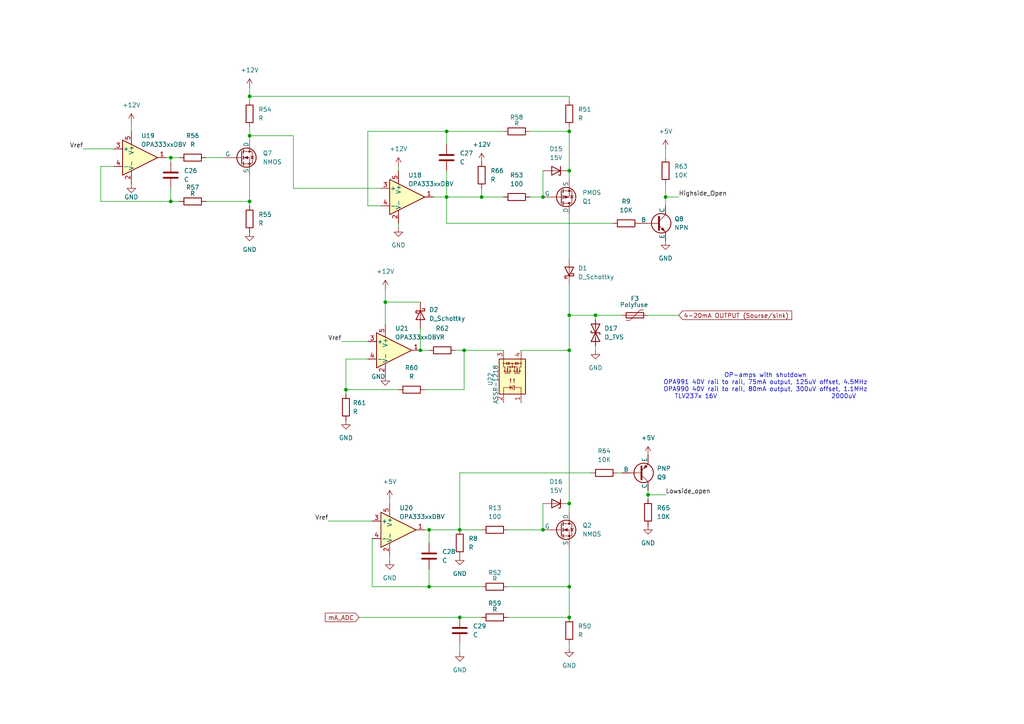
<source format=kicad_sch>
(kicad_sch (version 20231120) (generator "eeschema") (generator_version "8.0")
  (paper "A4")
  (lib_symbols
    (symbol "Amplifier_Operational:OPA333xxDBV" (pin_names (offset 0.127))
      (property "Reference" "U" (at -1.27 6.35 0))
      (property "Value" "OPA333xxDBV" (at -1.27 3.81 0))
      (symbol "OPA333xxDBV_0_1"
        (polyline (pts (xy -5.08 5.08) (xy 5.08 0) (xy -5.08 -5.08) (xy -5.08 5.08)) (stroke (width 0.254)) (fill (type background)))
        (pin power_in line (at -2.54 -7.62 90) (length 3.81) (name "V-") (number "2"))
        (pin power_in line (at -2.54 7.62 270) (length 3.81) (name "V+") (number "5"))
      )
      (symbol "OPA333xxDBV_1_1"
        (pin output line (at 7.62 0 180) (length 2.54) (name "~") (number "1"))
        (pin input line (at -7.62 2.54 0) (length 2.54) (name "+") (number "3"))
        (pin input line (at -7.62 -2.54 0) (length 2.54) (name "-") (number "4"))
      )
    )
    (symbol "Device:C" (pin_numbers hide) (pin_names (offset 0.254))
      (property "Reference" "C" (at 0.635 2.54 0))
      (property "Value" "C" (at 0.635 -2.54 0))
      (symbol "C_0_1"
        (polyline (pts (xy -2.032 -0.762) (xy 2.032 -0.762)) (stroke (width 0.508)))
        (polyline (pts (xy -2.032 0.762) (xy 2.032 0.762)) (stroke (width 0.508)))
      )
      (symbol "C_1_1"
        (pin passive line (at 0 3.81 270) (length 2.794) (name "~") (number "1"))
        (pin passive line (at 0 -3.81 90) (length 2.794) (name "~") (number "2"))
      )
    )
    (symbol "Device:D_Schottky" (pin_numbers hide) (pin_names (offset 1.016) hide)
      (property "Reference" "D" (at 0 2.54 0))
      (property "Value" "D_Schottky" (at 0 -2.54 0))
      (symbol "D_Schottky_0_1"
        (polyline (pts (xy 1.27 0) (xy -1.27 0)))
        (polyline (pts (xy 1.27 1.27) (xy 1.27 -1.27) (xy -1.27 0) (xy 1.27 1.27)) (stroke (width 0.254)))
        (polyline (pts (xy -1.905 0.635) (xy -1.905 1.27) (xy -1.27 1.27) (xy -1.27 -1.27) (xy -0.635 -1.27) (xy -0.635 -0.635)) (stroke (width 0.254)))
      )
      (symbol "D_Schottky_1_1"
        (pin passive line (at -3.81 0 0) (length 2.54) (name "K") (number "1"))
        (pin passive line (at 3.81 0 180) (length 2.54) (name "A") (number "2"))
      )
    )
    (symbol "Device:D_TVS" (pin_numbers hide) (pin_names (offset 1.016) hide)
      (property "Reference" "D" (at 0 2.54 0))
      (property "Value" "D_TVS" (at 0 -2.54 0))
      (symbol "D_TVS_0_1"
        (polyline (pts (xy 1.27 0) (xy -1.27 0)))
        (polyline (pts (xy 0.508 1.27) (xy 0 1.27) (xy 0 -1.27) (xy -0.508 -1.27)) (stroke (width 0.254)))
        (polyline (pts (xy -2.54 1.27) (xy -2.54 -1.27) (xy 2.54 1.27) (xy 2.54 -1.27) (xy -2.54 1.27)) (stroke (width 0.254)))
      )
      (symbol "D_TVS_1_1"
        (pin passive line (at -3.81 0 0) (length 2.54) (name "A1") (number "1"))
        (pin passive line (at 3.81 0 180) (length 2.54) (name "A2") (number "2"))
      )
    )
    (symbol "Device:D_Zener" (pin_numbers hide) (pin_names (offset 1.016) hide)
      (property "Reference" "D" (at 0 2.54 0))
      (property "Value" "D_Zener" (at 0 -2.54 0))
      (symbol "D_Zener_0_1"
        (polyline (pts (xy 1.27 0) (xy -1.27 0)))
        (polyline (pts (xy -1.27 -1.27) (xy -1.27 1.27) (xy -0.762 1.27)) (stroke (width 0.254)))
        (polyline (pts (xy 1.27 -1.27) (xy 1.27 1.27) (xy -1.27 0) (xy 1.27 -1.27)) (stroke (width 0.254)))
      )
      (symbol "D_Zener_1_1"
        (pin passive line (at -3.81 0 0) (length 2.54) (name "K") (number "1"))
        (pin passive line (at 3.81 0 180) (length 2.54) (name "A") (number "2"))
      )
    )
    (symbol "Device:Polyfuse" (pin_numbers hide) (pin_names (offset 0))
      (property "Reference" "F" (at -2.54 0 90))
      (property "Value" "Polyfuse" (at 2.54 0 90))
      (symbol "Polyfuse_0_1"
        (rectangle (start -0.762 2.54) (end 0.762 -2.54) (stroke (width 0.254)))
        (polyline (pts (xy 0 2.54) (xy 0 -2.54)))
        (polyline (pts (xy -1.524 2.54) (xy -1.524 1.524) (xy 1.524 -1.524) (xy 1.524 -2.54)))
      )
      (symbol "Polyfuse_1_1"
        (pin passive line (at 0 3.81 270) (length 1.27) (name "~") (number "1"))
        (pin passive line (at 0 -3.81 90) (length 1.27) (name "~") (number "2"))
      )
    )
    (symbol "Device:R" (pin_numbers hide) (pin_names (offset 0))
      (property "Reference" "R" (at 2.032 0 90))
      (property "Value" "R" (at 0 0 90))
      (symbol "R_0_1"
        (rectangle (start -1.016 -2.54) (end 1.016 2.54) (stroke (width 0.254)))
      )
      (symbol "R_1_1"
        (pin passive line (at 0 3.81 270) (length 1.27) (name "~") (number "1"))
        (pin passive line (at 0 -3.81 90) (length 1.27) (name "~") (number "2"))
      )
    )
    (symbol "Relay_SolidState:ASSR-1218"
      (property "Reference" "U" (at -5.08 5.08 0))
      (property "Value" "ASSR-1218" (at 0 5.08 0))
      (symbol "ASSR-1218_0_1"
        (rectangle (start -5.08 3.81) (end 5.08 -3.81) (stroke (width 0.254)) (fill (type background)))
        (polyline (pts (xy -3.81 -0.635) (xy -2.54 -0.635)))
        (polyline (pts (xy 1.016 -0.635) (xy 1.016 -2.159)) (stroke (width 0.2032)))
        (polyline (pts (xy 1.016 2.159) (xy 1.016 0.635)) (stroke (width 0.2032)))
        (polyline (pts (xy 1.524 -0.508) (xy 1.524 -0.762)) (stroke (width 0.3556)))
        (polyline (pts (xy 2.794 0) (xy 3.81 0)))
        (polyline (pts (xy 3.429 -1.651) (xy 4.191 -1.651)))
        (polyline (pts (xy 3.429 1.651) (xy 4.191 1.651)))
        (polyline (pts (xy 3.81 -2.54) (xy 3.81 2.54)))
        (polyline (pts (xy 1.524 -2.032) (xy 1.524 -2.286) (xy 1.524 -2.286)) (stroke (width 0.3556)))
        (polyline (pts (xy 1.524 -1.27) (xy 1.524 -1.524) (xy 1.524 -1.524)) (stroke (width 0.3556)))
        (polyline (pts (xy 1.524 0.762) (xy 1.524 0.508) (xy 1.524 0.508)) (stroke (width 0.3556)))
        (polyline (pts (xy 1.524 1.524) (xy 1.524 1.27) (xy 1.524 1.27)) (stroke (width 0.3556)))
        (polyline (pts (xy 1.524 2.286) (xy 1.524 2.032) (xy 1.524 2.032)) (stroke (width 0.3556)))
        (polyline (pts (xy 1.651 -1.397) (xy 2.794 -1.397) (xy 2.794 -0.635)))
        (polyline (pts (xy 1.651 1.397) (xy 2.794 1.397) (xy 2.794 0.635)))
        (polyline (pts (xy -5.08 2.54) (xy -3.175 2.54) (xy -3.175 -2.54) (xy -5.08 -2.54)))
        (polyline (pts (xy -3.175 -0.635) (xy -3.81 0.635) (xy -2.54 0.635) (xy -3.175 -0.635)))
        (polyline (pts (xy 1.651 -2.159) (xy 2.794 -2.159) (xy 2.794 -2.54) (xy 5.08 -2.54)))
        (polyline (pts (xy 1.651 -0.635) (xy 2.794 -0.635) (xy 2.794 0.635) (xy 1.651 0.635)))
        (polyline (pts (xy 1.651 2.159) (xy 2.794 2.159) (xy 2.794 2.54) (xy 5.08 2.54)))
        (polyline (pts (xy 1.778 -1.397) (xy 2.286 -1.27) (xy 2.286 -1.524) (xy 1.778 -1.397)))
        (polyline (pts (xy 1.778 1.397) (xy 2.286 1.524) (xy 2.286 1.27) (xy 1.778 1.397)))
        (polyline (pts (xy 3.81 -1.651) (xy 3.429 -0.889) (xy 4.191 -0.889) (xy 3.81 -1.651)))
        (polyline (pts (xy 3.81 1.651) (xy 3.429 0.889) (xy 4.191 0.889) (xy 3.81 1.651)))
        (polyline (pts (xy -1.905 -0.508) (xy -0.635 -0.508) (xy -1.016 -0.635) (xy -1.016 -0.381) (xy -0.635 -0.508)))
        (polyline (pts (xy -1.905 0.508) (xy -0.635 0.508) (xy -1.016 0.381) (xy -1.016 0.635) (xy -0.635 0.508)))
        (circle (center 2.794 -0.635) (radius 0.127))
        (circle (center 2.794 0) (radius 0.127))
        (circle (center 2.794 0.635) (radius 0.127))
        (circle (center 3.81 -2.54) (radius 0.127))
        (circle (center 3.81 0) (radius 0.127))
        (circle (center 3.81 2.54) (radius 0.127))
      )
      (symbol "ASSR-1218_1_1"
        (pin passive line (at -7.62 2.54 0) (length 2.54) (name "~") (number "1"))
        (pin passive line (at -7.62 -2.54 0) (length 2.54) (name "~") (number "2"))
        (pin passive line (at 7.62 -2.54 180) (length 2.54) (name "~") (number "3"))
        (pin passive line (at 7.62 2.54 180) (length 2.54) (name "~") (number "4"))
      )
    )
    (symbol "Simulation_SPICE:NMOS" (pin_numbers hide) (pin_names (offset 0))
      (property "Reference" "Q" (at 5.08 1.27 0))
      (property "Value" "NMOS" (at 5.08 -1.27 0))
      (symbol "NMOS_0_1"
        (polyline (pts (xy 0.254 0) (xy -2.54 0)))
        (polyline (pts (xy 0.254 1.905) (xy 0.254 -1.905)) (stroke (width 0.254)))
        (polyline (pts (xy 0.762 -1.27) (xy 0.762 -2.286)) (stroke (width 0.254)))
        (polyline (pts (xy 0.762 0.508) (xy 0.762 -0.508)) (stroke (width 0.254)))
        (polyline (pts (xy 0.762 2.286) (xy 0.762 1.27)) (stroke (width 0.254)))
        (polyline (pts (xy 2.54 2.54) (xy 2.54 1.778)))
        (polyline (pts (xy 2.54 -2.54) (xy 2.54 0) (xy 0.762 0)))
        (polyline (pts (xy 0.762 -1.778) (xy 3.302 -1.778) (xy 3.302 1.778) (xy 0.762 1.778)))
        (polyline (pts (xy 1.016 0) (xy 2.032 0.381) (xy 2.032 -0.381) (xy 1.016 0)) (fill (type outline)))
        (polyline (pts (xy 2.794 0.508) (xy 2.921 0.381) (xy 3.683 0.381) (xy 3.81 0.254)))
        (polyline (pts (xy 3.302 0.381) (xy 2.921 -0.254) (xy 3.683 -0.254) (xy 3.302 0.381)))
        (circle (center 1.651 0) (radius 2.794) (stroke (width 0.254)))
        (circle (center 2.54 -1.778) (radius 0.254) (fill (type outline)))
        (circle (center 2.54 1.778) (radius 0.254) (fill (type outline)))
      )
      (symbol "NMOS_1_1"
        (pin passive line (at 2.54 5.08 270) (length 2.54) (name "D") (number "1"))
        (pin input line (at -5.08 0 0) (length 2.54) (name "G") (number "2"))
        (pin passive line (at 2.54 -5.08 90) (length 2.54) (name "S") (number "3"))
      )
    )
    (symbol "Simulation_SPICE:NPN" (pin_numbers hide) (pin_names (offset 0))
      (property "Reference" "Q" (at -2.54 7.62 0))
      (property "Value" "NPN" (at -2.54 5.08 0))
      (symbol "NPN_0_1"
        (polyline (pts (xy -2.54 0) (xy 0.635 0)) (stroke (width 0.1524)))
        (polyline (pts (xy 0.635 0.635) (xy 2.54 2.54)))
        (polyline (pts (xy 2.794 -1.27) (xy 2.794 -1.27)) (stroke (width 0.1524)))
        (polyline (pts (xy 2.794 -1.27) (xy 2.794 -1.27)) (stroke (width 0.1524)))
        (polyline (pts (xy 0.635 -0.635) (xy 2.54 -2.54) (xy 2.54 -2.54)))
        (polyline (pts (xy 0.635 1.905) (xy 0.635 -1.905) (xy 0.635 -1.905)) (stroke (width 0.508)))
        (polyline (pts (xy 1.27 -1.778) (xy 1.778 -1.27) (xy 2.286 -2.286) (xy 1.27 -1.778) (xy 1.27 -1.778)) (fill (type outline)))
        (circle (center 1.27 0) (radius 2.8194) (stroke (width 0.254)))
      )
      (symbol "NPN_1_1"
        (pin open_collector line (at 2.54 5.08 270) (length 2.54) (name "C") (number "1"))
        (pin input line (at -5.08 0 0) (length 2.54) (name "B") (number "2"))
        (pin open_emitter line (at 2.54 -5.08 90) (length 2.54) (name "E") (number "3"))
      )
    )
    (symbol "Simulation_SPICE:PMOS" (pin_numbers hide) (pin_names (offset 0))
      (property "Reference" "Q" (at 5.08 1.27 0))
      (property "Value" "PMOS" (at 5.08 -1.27 0))
      (symbol "PMOS_0_1"
        (polyline (pts (xy 0.254 0) (xy -2.54 0)))
        (polyline (pts (xy 0.254 1.905) (xy 0.254 -1.905)) (stroke (width 0.254)))
        (polyline (pts (xy 0.762 -1.27) (xy 0.762 -2.286)) (stroke (width 0.254)))
        (polyline (pts (xy 0.762 0.508) (xy 0.762 -0.508)) (stroke (width 0.254)))
        (polyline (pts (xy 0.762 2.286) (xy 0.762 1.27)) (stroke (width 0.254)))
        (polyline (pts (xy 2.54 2.54) (xy 2.54 1.778)))
        (polyline (pts (xy 2.54 -2.54) (xy 2.54 0) (xy 0.762 0)))
        (polyline (pts (xy 0.762 1.778) (xy 3.302 1.778) (xy 3.302 -1.778) (xy 0.762 -1.778)))
        (polyline (pts (xy 2.286 0) (xy 1.27 0.381) (xy 1.27 -0.381) (xy 2.286 0)) (fill (type outline)))
        (polyline (pts (xy 2.794 -0.508) (xy 2.921 -0.381) (xy 3.683 -0.381) (xy 3.81 -0.254)))
        (polyline (pts (xy 3.302 -0.381) (xy 2.921 0.254) (xy 3.683 0.254) (xy 3.302 -0.381)))
        (circle (center 1.651 0) (radius 2.794) (stroke (width 0.254)))
        (circle (center 2.54 -1.778) (radius 0.254) (fill (type outline)))
        (circle (center 2.54 1.778) (radius 0.254) (fill (type outline)))
      )
      (symbol "PMOS_1_1"
        (pin passive line (at 2.54 5.08 270) (length 2.54) (name "D") (number "1"))
        (pin input line (at -5.08 0 0) (length 2.54) (name "G") (number "2"))
        (pin passive line (at 2.54 -5.08 90) (length 2.54) (name "S") (number "3"))
      )
    )
    (symbol "Simulation_SPICE:PNP" (pin_numbers hide) (pin_names (offset 0))
      (property "Reference" "Q" (at -2.54 7.62 0))
      (property "Value" "PNP" (at -2.54 5.08 0))
      (symbol "PNP_0_1"
        (polyline (pts (xy -2.54 0) (xy 0.635 0)) (stroke (width 0.1524)))
        (polyline (pts (xy 0.635 0.635) (xy 2.54 2.54)))
        (polyline (pts (xy 0.635 -0.635) (xy 2.54 -2.54) (xy 2.54 -2.54)))
        (polyline (pts (xy 0.635 1.905) (xy 0.635 -1.905) (xy 0.635 -1.905)) (stroke (width 0.508)))
        (polyline (pts (xy 2.286 -1.778) (xy 1.778 -2.286) (xy 1.27 -1.27) (xy 2.286 -1.778) (xy 2.286 -1.778)) (fill (type outline)))
        (circle (center 1.27 0) (radius 2.8194) (stroke (width 0.254)))
      )
      (symbol "PNP_1_1"
        (pin open_collector line (at 2.54 5.08 270) (length 2.54) (name "C") (number "1"))
        (pin input line (at -5.08 0 0) (length 2.54) (name "B") (number "2"))
        (pin open_emitter line (at 2.54 -5.08 90) (length 2.54) (name "E") (number "3"))
      )
    )
    (symbol "power:+12V" (power) (pin_numbers hide) (pin_names (offset 0) hide)
      (property "Value" "+12V" (at 0 3.556 0))
      (symbol "+12V_0_1"
        (polyline (pts (xy -0.762 1.27) (xy 0 2.54)))
        (polyline (pts (xy 0 0) (xy 0 2.54)))
        (polyline (pts (xy 0 2.54) (xy 0.762 1.27)))
      )
      (symbol "+12V_1_1"
        (pin power_in line (at 0 0 90) (length 0) (name "~") (number "1"))
      )
    )
    (symbol "power:+5V" (power) (pin_numbers hide) (pin_names (offset 0) hide)
      (property "Value" "+5V" (at 0 3.556 0))
      (symbol "+5V_0_1"
        (polyline (pts (xy -0.762 1.27) (xy 0 2.54)))
        (polyline (pts (xy 0 0) (xy 0 2.54)))
        (polyline (pts (xy 0 2.54) (xy 0.762 1.27)))
      )
      (symbol "+5V_1_1"
        (pin power_in line (at 0 0 90) (length 0) (name "~") (number "1"))
      )
    )
    (symbol "power:GND" (power) (pin_numbers hide) (pin_names (offset 0) hide)
      (property "Value" "GND" (at 0 -3.81 0))
      (symbol "GND_0_1"
        (polyline (pts (xy 0 0) (xy 0 -1.27) (xy 1.27 -1.27) (xy 0 -2.54) (xy -1.27 -1.27) (xy 0 -1.27)))
      )
      (symbol "GND_1_1"
        (pin power_in line (at 0 0 270) (length 0) (name "~") (number "1"))
      )
    )
  )
  (junction (at 165.1 49.53))
  (junction (at 72.39 39.37))
  (junction (at 165.1 179.07))
  (junction (at 129.54 57.15))
  (junction (at 165.1 91.44))
  (junction (at 165.1 146.05))
  (junction (at 100.33 113.03))
  (junction (at 124.46 153.67))
  (junction (at 111.76 87.63))
  (junction (at 72.39 58.42))
  (junction (at 129.54 38.1))
  (junction (at 157.48 153.67))
  (junction (at 139.7 57.15))
  (junction (at 121.92 101.6))
  (junction (at 72.39 27.94))
  (junction (at 124.46 170.18))
  (junction (at 134.62 101.6))
  (junction (at 49.53 45.72))
  (junction (at 165.1 170.18))
  (junction (at 193.04 57.15))
  (junction (at 133.35 153.67))
  (junction (at 49.53 58.42))
  (junction (at 133.35 179.07))
  (junction (at 157.48 57.15))
  (junction (at 187.96 143.51))
  (junction (at 165.1 101.6))
  (junction (at 172.72 91.44))
  (junction (at 165.1 38.1))
  (wire (pts (xy 113.03 161.29) (xy 113.03 162.56)))
  (wire (pts (xy 125.73 57.15) (xy 129.54 57.15)))
  (wire (pts (xy 111.76 83.82) (xy 111.76 87.63)))
  (wire (pts (xy 49.53 45.72) (xy 49.53 46.99)))
  (wire (pts (xy 134.62 101.6) (xy 146.05 101.6)))
  (wire (pts (xy 113.03 144.78) (xy 113.03 146.05)))
  (wire (pts (xy 72.39 39.37) (xy 72.39 40.64)))
  (wire (pts (xy 100.33 104.14) (xy 106.68 104.14)))
  (wire (pts (xy 59.69 58.42) (xy 72.39 58.42)))
  (wire (pts (xy 72.39 36.83) (xy 72.39 39.37)))
  (wire (pts (xy 129.54 57.15) (xy 139.7 57.15)))
  (wire (pts (xy 157.48 146.05) (xy 157.48 153.67)))
  (wire (pts (xy 187.96 142.24) (xy 187.96 143.51)))
  (wire (pts (xy 100.33 104.14) (xy 100.33 113.03)))
  (wire (pts (xy 172.72 91.44) (xy 180.34 91.44)))
  (wire (pts (xy 49.53 45.72) (xy 52.07 45.72)))
  (wire (pts (xy 165.1 148.59) (xy 165.1 146.05)))
  (wire (pts (xy 115.57 64.77) (xy 115.57 66.04)))
  (wire (pts (xy 24.13 43.18) (xy 33.02 43.18)))
  (wire (pts (xy 165.1 101.6) (xy 165.1 146.05)))
  (wire (pts (xy 129.54 38.1) (xy 146.05 38.1)))
  (wire (pts (xy 193.04 43.18) (xy 193.04 45.72)))
  (wire (pts (xy 139.7 57.15) (xy 146.05 57.15)))
  (wire (pts (xy 165.1 170.18) (xy 165.1 179.07)))
  (wire (pts (xy 29.21 48.26) (xy 33.02 48.26)))
  (wire (pts (xy 129.54 64.77) (xy 129.54 57.15)))
  (wire (pts (xy 165.1 62.23) (xy 165.1 74.93)))
  (wire (pts (xy 72.39 58.42) (xy 72.39 59.69)))
  (wire (pts (xy 111.76 87.63) (xy 111.76 93.98)))
  (wire (pts (xy 165.1 91.44) (xy 165.1 101.6)))
  (wire (pts (xy 107.95 170.18) (xy 107.95 156.21)))
  (wire (pts (xy 153.67 57.15) (xy 157.48 57.15)))
  (wire (pts (xy 165.1 170.18) (xy 147.32 170.18)))
  (wire (pts (xy 124.46 165.1) (xy 124.46 170.18)))
  (wire (pts (xy 133.35 153.67) (xy 139.7 153.67)))
  (wire (pts (xy 49.53 54.61) (xy 49.53 58.42)))
  (wire (pts (xy 29.21 58.42) (xy 29.21 48.26)))
  (wire (pts (xy 133.35 186.69) (xy 133.35 189.23)))
  (wire (pts (xy 193.04 57.15) (xy 193.04 59.69)))
  (wire (pts (xy 95.25 151.13) (xy 107.95 151.13)))
  (wire (pts (xy 85.09 39.37) (xy 85.09 54.61)))
  (wire (pts (xy 72.39 39.37) (xy 85.09 39.37)))
  (wire (pts (xy 115.57 48.26) (xy 115.57 49.53)))
  (wire (pts (xy 172.72 100.33) (xy 172.72 101.6)))
  (wire (pts (xy 49.53 58.42) (xy 29.21 58.42)))
  (wire (pts (xy 172.72 91.44) (xy 172.72 92.71)))
  (wire (pts (xy 124.46 153.67) (xy 133.35 153.67)))
  (wire (pts (xy 72.39 50.8) (xy 72.39 58.42)))
  (wire (pts (xy 179.07 137.16) (xy 180.34 137.16)))
  (wire (pts (xy 134.62 113.03) (xy 134.62 101.6)))
  (wire (pts (xy 85.09 54.61) (xy 110.49 54.61)))
  (wire (pts (xy 123.19 113.03) (xy 134.62 113.03)))
  (wire (pts (xy 129.54 38.1) (xy 129.54 41.91)))
  (wire (pts (xy 153.67 38.1) (xy 165.1 38.1)))
  (wire (pts (xy 157.48 49.53) (xy 157.48 57.15)))
  (wire (pts (xy 139.7 170.18) (xy 124.46 170.18)))
  (wire (pts (xy 147.32 153.67) (xy 157.48 153.67)))
  (wire (pts (xy 121.92 95.25) (xy 121.92 101.6)))
  (wire (pts (xy 104.14 179.07) (xy 133.35 179.07)))
  (wire (pts (xy 106.68 38.1) (xy 129.54 38.1)))
  (wire (pts (xy 165.1 36.83) (xy 165.1 38.1)))
  (wire (pts (xy 193.04 57.15) (xy 196.85 57.15)))
  (wire (pts (xy 48.26 45.72) (xy 49.53 45.72)))
  (wire (pts (xy 110.49 59.69) (xy 106.68 59.69)))
  (wire (pts (xy 133.35 179.07) (xy 139.7 179.07)))
  (wire (pts (xy 187.96 91.44) (xy 196.85 91.44)))
  (wire (pts (xy 165.1 27.94) (xy 72.39 27.94)))
  (wire (pts (xy 99.06 99.06) (xy 106.68 99.06)))
  (wire (pts (xy 111.76 87.63) (xy 121.92 87.63)))
  (wire (pts (xy 59.69 45.72) (xy 64.77 45.72)))
  (wire (pts (xy 134.62 101.6) (xy 132.08 101.6)))
  (wire (pts (xy 165.1 82.55) (xy 165.1 91.44)))
  (wire (pts (xy 106.68 59.69) (xy 106.68 38.1)))
  (wire (pts (xy 124.46 157.48) (xy 124.46 153.67)))
  (wire (pts (xy 124.46 170.18) (xy 107.95 170.18)))
  (wire (pts (xy 165.1 91.44) (xy 172.72 91.44)))
  (wire (pts (xy 123.19 153.67) (xy 124.46 153.67)))
  (wire (pts (xy 165.1 158.75) (xy 165.1 170.18)))
  (wire (pts (xy 124.46 101.6) (xy 121.92 101.6)))
  (wire (pts (xy 165.1 38.1) (xy 165.1 49.53)))
  (wire (pts (xy 100.33 113.03) (xy 100.33 114.3)))
  (wire (pts (xy 165.1 49.53) (xy 165.1 52.07)))
  (wire (pts (xy 129.54 49.53) (xy 129.54 57.15)))
  (wire (pts (xy 193.04 53.34) (xy 193.04 57.15)))
  (wire (pts (xy 151.13 101.6) (xy 165.1 101.6)))
  (wire (pts (xy 52.07 58.42) (xy 49.53 58.42)))
  (wire (pts (xy 165.1 27.94) (xy 165.1 29.21)))
  (wire (pts (xy 187.96 143.51) (xy 193.04 143.51)))
  (wire (pts (xy 139.7 54.61) (xy 139.7 57.15)))
  (wire (pts (xy 100.33 113.03) (xy 115.57 113.03)))
  (wire (pts (xy 72.39 25.4) (xy 72.39 27.94)))
  (wire (pts (xy 133.35 137.16) (xy 133.35 153.67)))
  (wire (pts (xy 147.32 179.07) (xy 165.1 179.07)))
  (wire (pts (xy 38.1 35.56) (xy 38.1 38.1)))
  (wire (pts (xy 129.54 64.77) (xy 177.8 64.77)))
  (wire (pts (xy 171.45 137.16) (xy 133.35 137.16)))
  (wire (pts (xy 187.96 143.51) (xy 187.96 144.78)))
  (wire (pts (xy 165.1 186.69) (xy 165.1 187.96)))
  (wire (pts (xy 72.39 27.94) (xy 72.39 29.21)))
  (text "OP-amps with shutdown\nOPA991 40V rail to rail, 75mA output, 125uV offset, 4.5MHz\nOPA990 40V rail to rail, 80mA output, 300uV offset, 1.1MHz\nTLV237x 16V 						2000uV" (at 221.996 112.014 0) (effects (font (size 1.27 1.27))))
  (label "Vref" (at 24.13 43.18 180))
  (label "Vref" (at 99.06 99.06 180))
  (label "Vref" (at 95.25 151.13 180))
  (label "Lowside_open" (at 193.04 143.51 0))
  (label "Highside_Open" (at 196.85 57.15 0))
  (global_label "mA_ADC" (shape input) (at 104.14 179.07 180) (property "Intersheetrefs" "${INTERSHEET_REFS}" (effects (hide yes))))
  (global_label "4-20mA OUTPUT (Sourse{slash}sink)" (shape input) (at 196.85 91.44 0) (property "Intersheetrefs" "${INTERSHEET_REFS}" (effects (hide yes))))
  (symbol (lib_id "power:GND") (at 187.96 152.4 0) (unit 1)
    (property "Reference" "#PWR0115" (effects (hide yes)))
    (property "Value" "GND" (at 187.96 157.48 0))
    (property "Description" "Power symbol creates a global label with name \"GND\" , ground" (effects (hide yes)))
  )
  (symbol (lib_id "Simulation_SPICE:NMOS") (at 162.56 153.67 0) (unit 1)
    (property "Reference" "Q2" (at 168.91 152.3999 0) (effects (justify left)))
    (property "Value" "NMOS" (at 168.91 154.9399 0) (effects (justify left)))
    (property "Datasheet" "https://ngspice.sourceforge.io/docs/ngspice-html-manual/manual.xhtml#cha_MOSFETs" (effects (hide yes)))
    (property "Description" "N-MOSFET transistor, drain/source/gate" (effects (hide yes)))
    (property "Sim.Device" "NMOS" (effects (hide yes)))
    (property "Sim.Type" "VDMOS" (effects (hide yes)))
    (property "Sim.Pins" "1=D 2=G 3=S" (effects (hide yes)))
  )
  (symbol (lib_id "Device:R") (at 165.1 33.02 180) (unit 1)
    (property "Reference" "R51" (at 167.64 31.7499 0) (effects (justify right)))
    (property "Value" "R" (at 167.64 34.2899 0) (effects (justify right)))
    (property "Description" "Resistor" (effects (hide yes)))
  )
  (symbol (lib_id "Device:R") (at 149.86 57.15 90) (unit 1)
    (property "Reference" "R53" (at 149.86 50.8 90))
    (property "Value" "100" (at 149.86 53.34 90))
    (property "Description" "Resistor" (effects (hide yes)))
  )
  (symbol (lib_id "power:GND") (at 38.1 53.34 0) (unit 1)
    (property "Reference" "#PWR0102" (effects (hide yes)))
    (property "Value" "GND" (at 38.1 57.15 0))
    (property "Description" "Power symbol creates a global label with name \"GND\" , ground" (effects (hide yes)))
  )
  (symbol (lib_id "power:+12V") (at 38.1 35.56 0) (unit 1)
    (property "Reference" "#PWR0101" (effects (hide yes)))
    (property "Value" "+12V" (at 38.1 30.48 0))
    (property "Description" "Power symbol creates a global label with name \"+12V\"" (effects (hide yes)))
  )
  (symbol (lib_id "Relay_SolidState:ASSR-1218") (at 148.59 109.22 270) (mirror x) (unit 1)
    (property "Reference" "U22" (at 142.24 109.982 0))
    (property "Value" "ASSR-1218" (at 143.764 111.506 0))
    (property "Footprint" "Package_SO:SO-4_4.4x4.3mm_P2.54mm" (effects (hide yes)))
    (property "Datasheet" "https://docs.broadcom.com/docs/AV02-0173EN" (effects (hide yes)))
    (property "Description" "Form A, Solid State Relay (Photo MOSFET) 60V, 0.2A, 10Ohm, SO-4" (effects (hide yes)))
  )
  (symbol (lib_id "power:GND") (at 165.1 187.96 0) (unit 1)
    (property "Reference" "#PWR098" (effects (hide yes)))
    (property "Value" "GND" (at 165.1 193.04 0))
    (property "Description" "Power symbol creates a global label with name \"GND\" , ground" (effects (hide yes)))
  )
  (symbol (lib_id "power:GND") (at 133.35 189.23 0) (unit 1)
    (property "Reference" "#PWR0106" (effects (hide yes)))
    (property "Value" "GND" (at 133.35 194.31 0))
    (property "Description" "Power symbol creates a global label with name \"GND\" , ground" (effects (hide yes)))
  )
  (symbol (lib_id "power:+5V") (at 187.96 132.08 0) (unit 1)
    (property "Reference" "#PWR0114" (effects (hide yes)))
    (property "Value" "+5V" (at 187.96 127 0))
    (property "Description" "Power symbol creates a global label with name \"+5V\"" (effects (hide yes)))
  )
  (symbol (lib_id "Device:D_TVS") (at 172.72 96.52 90) (unit 1)
    (property "Reference" "D17" (at 175.26 95.2499 90) (effects (justify right)))
    (property "Value" "D_TVS" (at 175.26 97.7899 90) (effects (justify right)))
    (property "Description" "Bidirectional transient-voltage-suppression diode" (effects (hide yes)))
  )
  (symbol (lib_id "Device:R") (at 143.51 170.18 90) (unit 1)
    (property "Reference" "R52" (at 143.51 166.116 90))
    (property "Value" "R" (at 143.51 167.894 90))
    (property "Description" "Resistor" (effects (hide yes)))
  )
  (symbol (lib_id "power:+12V") (at 111.76 83.82 0) (unit 1)
    (property "Reference" "#PWR0109" (effects (hide yes)))
    (property "Value" "+12V" (at 111.76 78.74 0))
    (property "Description" "Power symbol creates a global label with name \"+12V\"" (effects (hide yes)))
  )
  (symbol (lib_id "power:+5V") (at 113.03 144.78 0) (unit 1)
    (property "Reference" "#PWR0105" (effects (hide yes)))
    (property "Value" "+5V" (at 113.03 139.7 0))
    (property "Description" "Power symbol creates a global label with name \"+5V\"" (effects (hide yes)))
  )
  (symbol (lib_id "power:+12V") (at 139.7 46.99 0) (unit 1)
    (property "Reference" "#PWR0113" (effects (hide yes)))
    (property "Value" "+12V" (at 139.7 41.91 0))
    (property "Description" "Power symbol creates a global label with name \"+12V\"" (effects (hide yes)))
  )
  (symbol (lib_id "Device:D_Zener") (at 161.29 146.05 180) (unit 1)
    (property "Reference" "D16" (at 161.29 139.7 0))
    (property "Value" "15V" (at 161.29 142.24 0))
    (property "Description" "Zener diode" (effects (hide yes)))
  )
  (symbol (lib_id "Device:R") (at 139.7 50.8 180) (unit 1)
    (property "Reference" "R66" (at 142.24 49.5299 0) (effects (justify right)))
    (property "Value" "R" (at 142.24 52.0699 0) (effects (justify right)))
    (property "Description" "Resistor" (effects (hide yes)))
  )
  (symbol (lib_id "Device:R") (at 165.1 182.88 180) (unit 1)
    (property "Reference" "R50" (at 167.64 181.6099 0) (effects (justify right)))
    (property "Value" "R" (at 167.64 184.1499 0) (effects (justify right)))
    (property "Description" "Resistor" (effects (hide yes)))
  )
  (symbol (lib_id "Device:C") (at 133.35 182.88 0) (unit 1)
    (property "Reference" "C29" (at 137.16 181.6099 0) (effects (justify left)))
    (property "Value" "C" (at 137.16 184.1499 0) (effects (justify left)))
    (property "Description" "Unpolarized capacitor" (effects (hide yes)))
  )
  (symbol (lib_id "Device:R") (at 55.88 58.42 90) (unit 1)
    (property "Reference" "R57" (at 55.88 54.356 90))
    (property "Value" "R" (at 55.88 56.134 90))
    (property "Description" "Resistor" (effects (hide yes)))
  )
  (symbol (lib_id "power:GND") (at 172.72 101.6 0) (unit 1)
    (property "Reference" "#PWR0111" (effects (hide yes)))
    (property "Value" "GND" (at 172.72 106.68 0))
    (property "Description" "Power symbol creates a global label with name \"GND\" , ground" (effects (hide yes)))
  )
  (symbol (lib_id "Device:R") (at 181.61 64.77 270) (unit 1)
    (property "Reference" "R9" (at 181.61 58.42 90))
    (property "Value" "10K" (at 181.61 60.96 90))
    (property "Description" "Resistor" (effects (hide yes)))
  )
  (symbol (lib_id "Device:R") (at 149.86 38.1 90) (unit 1)
    (property "Reference" "R58" (at 149.86 34.036 90))
    (property "Value" "R" (at 149.86 35.814 90))
    (property "Description" "Resistor" (effects (hide yes)))
  )
  (symbol (lib_id "Device:R") (at 128.27 101.6 90) (unit 1)
    (property "Reference" "R62" (at 128.27 95.25 90))
    (property "Value" "R" (at 128.27 97.79 90))
    (property "Description" "Resistor" (effects (hide yes)))
  )
  (symbol (lib_id "Device:C") (at 124.46 161.29 0) (unit 1)
    (property "Reference" "C28" (at 128.27 160.0199 0) (effects (justify left)))
    (property "Value" "C" (at 128.27 162.5599 0) (effects (justify left)))
    (property "Description" "Unpolarized capacitor" (effects (hide yes)))
  )
  (symbol (lib_id "Device:C") (at 49.53 50.8 0) (unit 1)
    (property "Reference" "C26" (at 53.34 49.5299 0) (effects (justify left)))
    (property "Value" "C" (at 53.34 52.0699 0) (effects (justify left)))
    (property "Description" "Unpolarized capacitor" (effects (hide yes)))
  )
  (symbol (lib_id "Device:R") (at 175.26 137.16 270) (unit 1)
    (property "Reference" "R64" (at 175.26 130.81 90))
    (property "Value" "10K" (at 175.26 133.35 90))
    (property "Description" "Resistor" (effects (hide yes)))
  )
  (symbol (lib_id "Device:D_Schottky") (at 121.92 91.44 270) (unit 1)
    (property "Reference" "D2" (at 124.46 89.8524 90) (effects (justify left)))
    (property "Value" "D_Schottky" (at 124.46 92.3924 90) (effects (justify left)))
    (property "Description" "Schottky diode" (effects (hide yes)))
  )
  (symbol (lib_id "Amplifier_Operational:OPA333xxDBV") (at 40.64 45.72 0) (unit 1)
    (property "Reference" "U19" (at 42.926 39.37 0))
    (property "Value" "OPA333xxDBV" (at 47.498 41.91 0))
    (property "Footprint" "Package_TO_SOT_SMD:SOT-23-5" (effects (hide yes)))
    (property "Datasheet" "http://www.ti.com/lit/ds/symlink/opa333.pdf" (effects (hide yes)))
    (property "Description" "Single 1.8V, microPower, CMOS Operational Amplifiers, Zero-Drift Series, SOT-23-5" (effects (hide yes)))
  )
  (symbol (lib_id "Device:R") (at 193.04 49.53 0) (unit 1)
    (property "Reference" "R63" (at 195.58 48.2599 0) (effects (justify left)))
    (property "Value" "10K" (at 195.58 50.7999 0) (effects (justify left)))
    (property "Description" "Resistor" (effects (hide yes)))
  )
  (symbol (lib_id "Device:R") (at 143.51 153.67 90) (unit 1)
    (property "Reference" "R13" (at 143.51 147.32 90))
    (property "Value" "100" (at 143.51 149.86 90))
    (property "Description" "Resistor" (effects (hide yes)))
  )
  (symbol (lib_id "Amplifier_Operational:OPA333xxDBV") (at 114.3 101.6 0) (unit 1)
    (property "Reference" "U21" (at 116.586 95.25 0))
    (property "Value" "OPA333xxDBV" (at 121.158 97.79 0))
    (property "Footprint" "Package_TO_SOT_SMD:SOT-23-5" (effects (hide yes)))
    (property "Datasheet" "http://www.ti.com/lit/ds/symlink/opa333.pdf" (effects (hide yes)))
    (property "Description" "Single 1.8V, microPower, CMOS Operational Amplifiers, Zero-Drift Series, SOT-23-5" (effects (hide yes)))
  )
  (symbol (lib_id "power:GND") (at 113.03 162.56 0) (unit 1)
    (property "Reference" "#PWR0104" (effects (hide yes)))
    (property "Value" "GND" (at 113.03 167.64 0))
    (property "Description" "Power symbol creates a global label with name \"GND\" , ground" (effects (hide yes)))
  )
  (symbol (lib_id "Device:R") (at 100.33 118.11 180) (unit 1)
    (property "Reference" "R61" (at 102.3228 116.8399 0) (effects (justify right)))
    (property "Value" "R" (at 102.3228 119.3799 0) (effects (justify right)))
    (property "Description" "Resistor" (effects (hide yes)))
  )
  (symbol (lib_id "power:GND") (at 115.57 66.04 0) (unit 1)
    (property "Reference" "#PWR0103" (effects (hide yes)))
    (property "Value" "GND" (at 115.57 71.12 0))
    (property "Description" "Power symbol creates a global label with name \"GND\" , ground" (effects (hide yes)))
  )
  (symbol (lib_id "power:GND") (at 100.33 121.92 0) (unit 1)
    (property "Reference" "#PWR0107" (effects (hide yes)))
    (property "Value" "GND" (at 100.33 127 0))
    (property "Description" "Power symbol creates a global label with name \"GND\" , ground" (effects (hide yes)))
  )
  (symbol (lib_id "Device:R") (at 72.39 33.02 180) (unit 1)
    (property "Reference" "R54" (at 74.93 31.7499 0) (effects (justify right)))
    (property "Value" "R" (at 74.93 34.2899 0) (effects (justify right)))
    (property "Description" "Resistor" (effects (hide yes)))
  )
  (symbol (lib_id "Device:R") (at 55.88 45.72 90) (unit 1)
    (property "Reference" "R56" (at 55.88 39.37 90))
    (property "Value" "R" (at 55.88 41.91 90))
    (property "Description" "Resistor" (effects (hide yes)))
  )
  (symbol (lib_id "Device:Polyfuse") (at 184.15 91.44 90) (unit 1)
    (property "Reference" "F3" (at 184.15 86.614 90))
    (property "Value" "Polyfuse" (at 183.896 88.392 90))
    (property "Description" "Resettable fuse, polymeric positive temperature coefficient" (effects (hide yes)))
  )
  (symbol (lib_id "Simulation_SPICE:NPN") (at 190.5 64.77 0) (unit 1)
    (property "Reference" "Q8" (at 195.58 63.4999 0) (effects (justify left)))
    (property "Value" "NPN" (at 195.58 66.0399 0) (effects (justify left)))
    (property "Datasheet" "https://ngspice.sourceforge.io/docs/ngspice-html-manual/manual.xhtml#cha_BJTs" (effects (hide yes)))
    (property "Description" "Bipolar transistor symbol for simulation only, substrate tied to the emitter" (effects (hide yes)))
    (property "Sim.Device" "NPN" (effects (hide yes)))
    (property "Sim.Type" "GUMMELPOON" (effects (hide yes)))
    (property "Sim.Pins" "1=C 2=B 3=E" (effects (hide yes)))
  )
  (symbol (lib_id "Device:D_Schottky") (at 165.1 78.74 90) (unit 1)
    (property "Reference" "D1" (at 167.64 77.7874 90) (effects (justify right)))
    (property "Value" "D_Schottky" (at 167.64 80.3274 90) (effects (justify right)))
    (property "Description" "Schottky diode" (effects (hide yes)))
  )
  (symbol (lib_id "power:+12V") (at 115.57 48.26 0) (unit 1)
    (property "Reference" "#PWR0100" (effects (hide yes)))
    (property "Value" "+12V" (at 115.57 43.18 0))
    (property "Description" "Power symbol creates a global label with name \"+12V\"" (effects (hide yes)))
  )
  (symbol (lib_id "Simulation_SPICE:PNP") (at 185.42 137.16 0) (mirror x) (unit 1)
    (property "Reference" "Q9" (at 190.5 138.4301 0) (effects (justify left)))
    (property "Value" "PNP" (at 190.5 135.8901 0) (effects (justify left)))
    (property "Datasheet" "https://ngspice.sourceforge.io/docs/ngspice-html-manual/manual.xhtml#cha_BJTs" (effects (hide yes)))
    (property "Description" "Bipolar transistor symbol for simulation only, substrate tied to the emitter" (effects (hide yes)))
    (property "Sim.Device" "PNP" (effects (hide yes)))
    (property "Sim.Type" "GUMMELPOON" (effects (hide yes)))
    (property "Sim.Pins" "1=C 2=B 3=E" (effects (hide yes)))
  )
  (symbol (lib_id "Device:R") (at 187.96 148.59 0) (unit 1)
    (property "Reference" "R65" (at 190.5 147.3199 0) (effects (justify left)))
    (property "Value" "10K" (at 190.5 149.8599 0) (effects (justify left)))
    (property "Description" "Resistor" (effects (hide yes)))
  )
  (symbol (lib_id "Simulation_SPICE:NMOS") (at 69.85 45.72 0) (unit 1)
    (property "Reference" "Q7" (at 76.2 44.4499 0) (effects (justify left)))
    (property "Value" "NMOS" (at 76.2 46.9899 0) (effects (justify left)))
    (property "Datasheet" "https://ngspice.sourceforge.io/docs/ngspice-html-manual/manual.xhtml#cha_MOSFETs" (effects (hide yes)))
    (property "Description" "N-MOSFET transistor, drain/source/gate" (effects (hide yes)))
    (property "Sim.Device" "NMOS" (effects (hide yes)))
    (property "Sim.Type" "VDMOS" (effects (hide yes)))
    (property "Sim.Pins" "1=D 2=G 3=S" (effects (hide yes)))
  )
  (symbol (lib_id "power:GND") (at 193.04 69.85 0) (unit 1)
    (property "Reference" "#PWR0112" (effects (hide yes)))
    (property "Value" "GND" (at 193.04 74.93 0))
    (property "Description" "Power symbol creates a global label with name \"GND\" , ground" (effects (hide yes)))
  )
  (symbol (lib_id "Amplifier_Operational:OPA333xxDBV") (at 115.57 153.67 0) (unit 1)
    (property "Reference" "U20" (at 117.856 147.32 0))
    (property "Value" "OPA333xxDBV" (at 122.428 149.86 0))
    (property "Footprint" "Package_TO_SOT_SMD:SOT-23-5" (effects (hide yes)))
    (property "Datasheet" "http://www.ti.com/lit/ds/symlink/opa333.pdf" (effects (hide yes)))
    (property "Description" "Single 1.8V, microPower, CMOS Operational Amplifiers, Zero-Drift Series, SOT-23-5" (effects (hide yes)))
  )
  (symbol (lib_id "Device:D_Zener") (at 161.29 49.53 180) (unit 1)
    (property "Reference" "D15" (at 161.29 43.18 0))
    (property "Value" "15V" (at 161.29 45.72 0))
    (property "Description" "Zener diode" (effects (hide yes)))
  )
  (symbol (lib_id "Device:R") (at 133.35 157.48 180) (unit 1)
    (property "Reference" "R8" (at 135.89 156.2099 0) (effects (justify right)))
    (property "Value" "R" (at 135.89 158.7499 0) (effects (justify right)))
    (property "Description" "Resistor" (effects (hide yes)))
  )
  (symbol (lib_id "Device:R") (at 119.38 113.03 90) (unit 1)
    (property "Reference" "R60" (at 119.38 106.68 90))
    (property "Value" "R" (at 119.38 109.22 90))
    (property "Description" "Resistor" (effects (hide yes)))
  )
  (symbol (lib_id "power:+12V") (at 72.39 25.4 0) (unit 1)
    (property "Reference" "#PWR097" (effects (hide yes)))
    (property "Value" "+12V" (at 72.39 20.32 0))
    (property "Description" "Power symbol creates a global label with name \"+12V\"" (effects (hide yes)))
  )
  (symbol (lib_id "Device:R") (at 72.39 63.5 180) (unit 1)
    (property "Reference" "R55" (at 74.93 62.2299 0) (effects (justify right)))
    (property "Value" "R" (at 74.93 64.7699 0) (effects (justify right)))
    (property "Description" "Resistor" (effects (hide yes)))
  )
  (symbol (lib_id "power:GND") (at 111.76 109.22 0) (unit 1)
    (property "Reference" "#PWR0108" (effects (hide yes)))
    (property "Value" "GND" (at 109.728 109.22 0))
    (property "Description" "Power symbol creates a global label with name \"GND\" , ground" (effects (hide yes)))
  )
  (symbol (lib_id "power:GND") (at 133.35 161.29 0) (unit 1)
    (property "Reference" "#PWR0110" (effects (hide yes)))
    (property "Value" "GND" (at 133.35 166.37 0))
    (property "Description" "Power symbol creates a global label with name \"GND\" , ground" (effects (hide yes)))
  )
  (symbol (lib_id "Amplifier_Operational:OPA333xxDBV") (at 118.11 57.15 0) (unit 1)
    (property "Reference" "U18" (at 120.396 50.8 0))
    (property "Value" "OPA333xxDBV" (at 124.968 53.34 0))
    (property "Footprint" "Package_TO_SOT_SMD:SOT-23-5" (effects (hide yes)))
    (property "Datasheet" "http://www.ti.com/lit/ds/symlink/opa333.pdf" (effects (hide yes)))
    (property "Description" "Single 1.8V, microPower, CMOS Operational Amplifiers, Zero-Drift Series, SOT-23-5" (effects (hide yes)))
  )
  (symbol (lib_id "Device:R") (at 143.51 179.07 90) (unit 1)
    (property "Reference" "R59" (at 143.51 175.006 90))
    (property "Value" "R" (at 143.51 176.784 90))
    (property "Description" "Resistor" (effects (hide yes)))
  )
  (symbol (lib_id "power:+5V") (at 193.04 43.18 0) (unit 1)
    (property "Reference" "#PWR0116" (effects (hide yes)))
    (property "Value" "+5V" (at 193.04 38.1 0))
    (property "Description" "Power symbol creates a global label with name \"+5V\"" (effects (hide yes)))
  )
  (symbol (lib_id "Device:C") (at 129.54 45.72 0) (unit 1)
    (property "Reference" "C27" (at 133.35 44.4499 0) (effects (justify left)))
    (property "Value" "C" (at 133.35 46.9899 0) (effects (justify left)))
    (property "Description" "Unpolarized capacitor" (effects (hide yes)))
  )
  (symbol (lib_id "power:GND") (at 72.39 67.31 0) (unit 1)
    (property "Reference" "#PWR099" (effects (hide yes)))
    (property "Value" "GND" (at 72.39 72.39 0))
    (property "Description" "Power symbol creates a global label with name \"GND\" , ground" (effects (hide yes)))
  )
  (symbol (lib_id "Simulation_SPICE:PMOS") (at 162.56 57.15 0) (mirror x) (unit 1)
    (property "Reference" "Q1" (at 168.91 58.4201 0) (effects (justify left)))
    (property "Value" "PMOS" (at 168.91 55.8801 0) (effects (justify left)))
    (property "Datasheet" "https://ngspice.sourceforge.io/docs/ngspice-html-manual/manual.xhtml#cha_MOSFETs" (effects (hide yes)))
    (property "Description" "P-MOSFET transistor, drain/source/gate" (effects (hide yes)))
    (property "Sim.Device" "PMOS" (effects (hide yes)))
    (property "Sim.Type" "VDMOS" (effects (hide yes)))
    (property "Sim.Pins" "1=D 2=G 3=S" (effects (hide yes)))
  )
)
</source>
